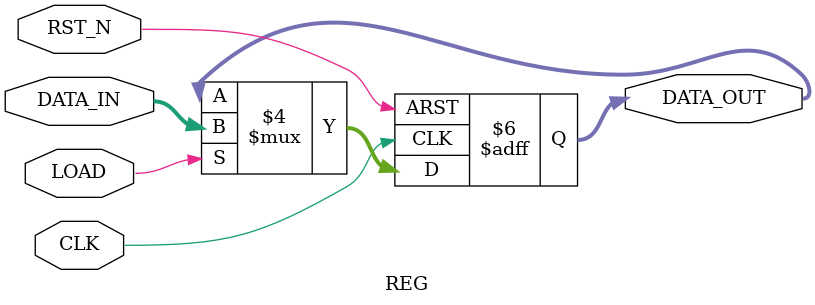
<source format=v>
/*

*/

module REG(

	//declaração de ports
	input 				CLK, RST_N, LOAD,
	input[7:0]			DATA_IN, 
	output reg [7:0]	DATA_OUT
);

	//declaração de tipos de dados

	//funcionamento do circuito
	always @(posedge CLK, negedge RST_N)
	begin
		if(RST_N == 0)
			DATA_OUT <= 0;
		else 
			if(LOAD == 1)
				DATA_OUT <= DATA_IN;
	end
	
	
endmodule
</source>
